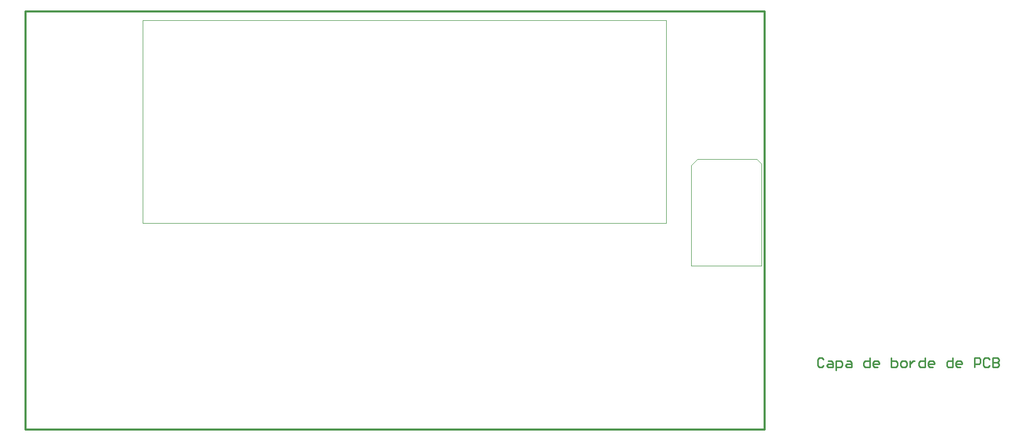
<source format=gko>
%FSLAX25Y25*%
%MOIN*%
G70*
G01*
G75*
G04 Layer_Color=16711935*
%ADD10R,0.05906X0.04331*%
%ADD11R,0.16142X0.10236*%
%ADD12C,0.07874*%
%ADD13C,0.03937*%
%ADD14C,0.03150*%
%ADD15C,0.01181*%
%ADD16R,0.41000X0.63000*%
%ADD17C,0.25590*%
%ADD18C,0.11811*%
%ADD19C,0.12598*%
%ADD20C,0.05906*%
%ADD21R,0.05906X0.05906*%
%ADD22C,0.06693*%
%ADD23R,0.06693X0.06693*%
%ADD24C,0.27559*%
%ADD25C,0.04724*%
%ADD26C,0.07874*%
%ADD27R,0.05906X0.05906*%
%ADD28C,0.05000*%
%ADD29C,0.00984*%
%ADD30C,0.00394*%
D15*
X0Y0D02*
X473000D01*
Y268000D01*
X0D02*
X473000D01*
X0Y0D02*
Y268000D01*
D29*
X510936Y44920D02*
X509952Y45904D01*
X507984D01*
X507000Y44920D01*
Y40984D01*
X507984Y40000D01*
X509952D01*
X510936Y40984D01*
X513888Y43936D02*
X515855D01*
X516839Y42952D01*
Y40000D01*
X513888D01*
X512904Y40984D01*
X513888Y41968D01*
X516839D01*
X518807Y38032D02*
Y43936D01*
X521759D01*
X522743Y42952D01*
Y40984D01*
X521759Y40000D01*
X518807D01*
X525695Y43936D02*
X527663D01*
X528647Y42952D01*
Y40000D01*
X525695D01*
X524711Y40984D01*
X525695Y41968D01*
X528647D01*
X540454Y45904D02*
Y40000D01*
X537502D01*
X536518Y40984D01*
Y42952D01*
X537502Y43936D01*
X540454D01*
X545373Y40000D02*
X543405D01*
X542422Y40984D01*
Y42952D01*
X543405Y43936D01*
X545373D01*
X546357Y42952D01*
Y41968D01*
X542422D01*
X554229Y45904D02*
Y40000D01*
X557181D01*
X558165Y40984D01*
Y41968D01*
Y42952D01*
X557181Y43936D01*
X554229D01*
X561116Y40000D02*
X563084D01*
X564068Y40984D01*
Y42952D01*
X563084Y43936D01*
X561116D01*
X560132Y42952D01*
Y40984D01*
X561116Y40000D01*
X566036Y43936D02*
Y40000D01*
Y41968D01*
X567020Y42952D01*
X568004Y43936D01*
X568988D01*
X575875Y45904D02*
Y40000D01*
X572924D01*
X571940Y40984D01*
Y42952D01*
X572924Y43936D01*
X575875D01*
X580795Y40000D02*
X578827D01*
X577843Y40984D01*
Y42952D01*
X578827Y43936D01*
X580795D01*
X581779Y42952D01*
Y41968D01*
X577843D01*
X593586Y45904D02*
Y40000D01*
X590634D01*
X589650Y40984D01*
Y42952D01*
X590634Y43936D01*
X593586D01*
X598506Y40000D02*
X596538D01*
X595554Y40984D01*
Y42952D01*
X596538Y43936D01*
X598506D01*
X599490Y42952D01*
Y41968D01*
X595554D01*
X607361Y40000D02*
Y45904D01*
X610313D01*
X611297Y44920D01*
Y42952D01*
X610313Y41968D01*
X607361D01*
X617201Y44920D02*
X616217Y45904D01*
X614249D01*
X613265Y44920D01*
Y40984D01*
X614249Y40000D01*
X616217D01*
X617201Y40984D01*
X619168Y45904D02*
Y40000D01*
X622120D01*
X623104Y40984D01*
Y41968D01*
X622120Y42952D01*
X619168D01*
X622120D01*
X623104Y43936D01*
Y44920D01*
X622120Y45904D01*
X619168D01*
D30*
X75000Y132500D02*
Y262500D01*
Y132500D02*
X410000D01*
Y262500D01*
X75000D02*
X410000D01*
X426000Y105000D02*
Y169500D01*
X430000Y173500D01*
X468000D01*
X471000Y170500D01*
Y105000D02*
Y170500D01*
X426000Y105000D02*
X471000D01*
M02*

</source>
